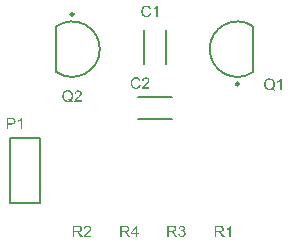
<source format=gto>
G04*
G04 #@! TF.GenerationSoftware,Altium Limited,Altium Designer,25.2.1 (25)*
G04*
G04 Layer_Color=65535*
%FSLAX44Y44*%
%MOMM*%
G71*
G04*
G04 #@! TF.SameCoordinates,812CEA7C-EAD6-410B-90F9-CE58292C2D17*
G04*
G04*
G04 #@! TF.FilePolarity,Positive*
G04*
G01*
G75*
%ADD10C,0.2000*%
%ADD11C,0.2500*%
G36*
X144942Y84156D02*
X146245D01*
Y83074D01*
X144942D01*
Y80772D01*
X143763D01*
Y83074D01*
X139589D01*
Y84156D01*
X143985Y90369D01*
X144942D01*
Y84156D01*
D02*
G37*
G36*
X135373Y90355D02*
X135498D01*
X135789Y90341D01*
X136094Y90300D01*
X136427Y90258D01*
X136732Y90189D01*
X136884Y90147D01*
X137009Y90105D01*
X137023D01*
X137037Y90092D01*
X137120Y90050D01*
X137245Y89994D01*
X137397Y89897D01*
X137564Y89773D01*
X137744Y89606D01*
X137911Y89412D01*
X138077Y89190D01*
Y89176D01*
X138091Y89162D01*
X138146Y89079D01*
X138202Y88940D01*
X138285Y88760D01*
X138354Y88552D01*
X138424Y88302D01*
X138465Y88039D01*
X138479Y87748D01*
Y87734D01*
Y87706D01*
Y87651D01*
X138465Y87581D01*
Y87484D01*
X138451Y87387D01*
X138396Y87151D01*
X138313Y86874D01*
X138202Y86583D01*
X138035Y86292D01*
X137924Y86153D01*
X137814Y86014D01*
X137800Y86000D01*
X137786Y85986D01*
X137744Y85945D01*
X137689Y85903D01*
X137619Y85848D01*
X137536Y85792D01*
X137425Y85723D01*
X137314Y85640D01*
X137176Y85570D01*
X137023Y85501D01*
X136857Y85418D01*
X136676Y85349D01*
X136468Y85293D01*
X136260Y85224D01*
X136025Y85182D01*
X135775Y85140D01*
X135803Y85127D01*
X135858Y85099D01*
X135941Y85043D01*
X136052Y84988D01*
X136302Y84835D01*
X136427Y84738D01*
X136538Y84655D01*
X136565Y84627D01*
X136635Y84558D01*
X136746Y84447D01*
X136884Y84308D01*
X137037Y84114D01*
X137217Y83906D01*
X137397Y83657D01*
X137592Y83379D01*
X139242Y80772D01*
X137661D01*
X136399Y82769D01*
Y82783D01*
X136371Y82811D01*
X136343Y82852D01*
X136302Y82908D01*
X136205Y83060D01*
X136080Y83254D01*
X135927Y83462D01*
X135775Y83684D01*
X135622Y83892D01*
X135484Y84087D01*
X135470Y84100D01*
X135428Y84156D01*
X135359Y84239D01*
X135262Y84336D01*
X135054Y84544D01*
X134943Y84641D01*
X134832Y84725D01*
X134818Y84738D01*
X134790Y84752D01*
X134735Y84780D01*
X134651Y84822D01*
X134568Y84863D01*
X134471Y84905D01*
X134249Y84974D01*
X134235D01*
X134208Y84988D01*
X134152D01*
X134083Y85002D01*
X133986Y85016D01*
X133875D01*
X133722Y85030D01*
X132086D01*
Y80772D01*
X130810D01*
Y90369D01*
X135262D01*
X135373Y90355D01*
D02*
G37*
G36*
X183170Y90651D02*
X183350Y90623D01*
X183572Y90581D01*
X183821Y90512D01*
X184071Y90429D01*
X184321Y90318D01*
X184335D01*
X184348Y90304D01*
X184432Y90262D01*
X184556Y90179D01*
X184695Y90082D01*
X184862Y89943D01*
X185028Y89791D01*
X185194Y89611D01*
X185333Y89403D01*
X185347Y89375D01*
X185389Y89305D01*
X185444Y89181D01*
X185513Y89028D01*
X185583Y88848D01*
X185638Y88640D01*
X185680Y88404D01*
X185694Y88168D01*
Y88140D01*
Y88057D01*
X185680Y87946D01*
X185652Y87794D01*
X185610Y87613D01*
X185541Y87419D01*
X185458Y87225D01*
X185347Y87031D01*
X185333Y87003D01*
X185291Y86948D01*
X185208Y86851D01*
X185097Y86740D01*
X184959Y86615D01*
X184792Y86476D01*
X184598Y86351D01*
X184362Y86227D01*
X184376D01*
X184404Y86213D01*
X184445Y86199D01*
X184501Y86185D01*
X184653Y86130D01*
X184848Y86046D01*
X185070Y85935D01*
X185291Y85797D01*
X185499Y85616D01*
X185694Y85408D01*
X185707Y85381D01*
X185763Y85297D01*
X185846Y85159D01*
X185929Y84979D01*
X186013Y84757D01*
X186096Y84493D01*
X186151Y84188D01*
X186165Y83855D01*
Y83841D01*
Y83800D01*
Y83730D01*
X186151Y83647D01*
X186137Y83536D01*
X186110Y83411D01*
X186082Y83273D01*
X186054Y83120D01*
X185943Y82787D01*
X185860Y82607D01*
X185777Y82441D01*
X185666Y82260D01*
X185541Y82080D01*
X185402Y81900D01*
X185236Y81733D01*
X185222Y81719D01*
X185194Y81692D01*
X185139Y81650D01*
X185070Y81595D01*
X184986Y81525D01*
X184875Y81456D01*
X184751Y81373D01*
X184598Y81303D01*
X184445Y81220D01*
X184265Y81137D01*
X184085Y81068D01*
X183877Y80998D01*
X183655Y80943D01*
X183419Y80901D01*
X183183Y80873D01*
X182920Y80860D01*
X182795D01*
X182712Y80873D01*
X182601Y80887D01*
X182476Y80901D01*
X182337Y80929D01*
X182185Y80957D01*
X181852Y81040D01*
X181505Y81179D01*
X181325Y81262D01*
X181159Y81359D01*
X180992Y81484D01*
X180826Y81608D01*
X180812Y81622D01*
X180784Y81650D01*
X180743Y81692D01*
X180701Y81747D01*
X180632Y81817D01*
X180562Y81914D01*
X180479Y82011D01*
X180396Y82135D01*
X180313Y82274D01*
X180229Y82413D01*
X180077Y82746D01*
X179952Y83134D01*
X179911Y83342D01*
X179883Y83564D01*
X181062Y83716D01*
Y83703D01*
X181075Y83675D01*
X181089Y83619D01*
X181103Y83550D01*
X181117Y83467D01*
X181145Y83370D01*
X181214Y83162D01*
X181311Y82912D01*
X181436Y82676D01*
X181575Y82454D01*
X181741Y82260D01*
X181769Y82246D01*
X181824Y82191D01*
X181935Y82122D01*
X182074Y82052D01*
X182240Y81969D01*
X182448Y81900D01*
X182684Y81844D01*
X182934Y81830D01*
X183017D01*
X183072Y81844D01*
X183225Y81858D01*
X183419Y81900D01*
X183641Y81969D01*
X183877Y82066D01*
X184113Y82205D01*
X184335Y82399D01*
X184362Y82427D01*
X184432Y82510D01*
X184515Y82635D01*
X184626Y82801D01*
X184737Y83009D01*
X184820Y83245D01*
X184889Y83522D01*
X184917Y83827D01*
Y83841D01*
Y83869D01*
Y83911D01*
X184903Y83966D01*
X184889Y84119D01*
X184848Y84299D01*
X184792Y84521D01*
X184695Y84743D01*
X184556Y84965D01*
X184376Y85173D01*
X184348Y85200D01*
X184279Y85256D01*
X184168Y85339D01*
X184016Y85436D01*
X183821Y85533D01*
X183586Y85616D01*
X183322Y85672D01*
X183031Y85700D01*
X182906D01*
X182809Y85686D01*
X182684Y85672D01*
X182546Y85644D01*
X182379Y85616D01*
X182199Y85575D01*
X182337Y86615D01*
X182407D01*
X182462Y86601D01*
X182643D01*
X182795Y86629D01*
X182975Y86657D01*
X183183Y86698D01*
X183419Y86768D01*
X183641Y86865D01*
X183877Y86989D01*
X183891D01*
X183905Y87003D01*
X183974Y87059D01*
X184071Y87156D01*
X184182Y87281D01*
X184293Y87461D01*
X184390Y87669D01*
X184459Y87905D01*
X184487Y88043D01*
Y88196D01*
Y88210D01*
Y88224D01*
Y88307D01*
X184459Y88418D01*
X184432Y88570D01*
X184376Y88737D01*
X184307Y88917D01*
X184196Y89097D01*
X184043Y89264D01*
X184029Y89278D01*
X183960Y89333D01*
X183863Y89403D01*
X183738Y89486D01*
X183572Y89555D01*
X183378Y89624D01*
X183156Y89680D01*
X182906Y89694D01*
X182795D01*
X182670Y89666D01*
X182504Y89638D01*
X182324Y89583D01*
X182143Y89514D01*
X181949Y89403D01*
X181769Y89264D01*
X181755Y89250D01*
X181700Y89181D01*
X181616Y89083D01*
X181519Y88945D01*
X181422Y88765D01*
X181325Y88543D01*
X181242Y88279D01*
X181186Y87974D01*
X180008Y88182D01*
Y88196D01*
X180021Y88238D01*
X180035Y88293D01*
X180049Y88376D01*
X180077Y88473D01*
X180119Y88584D01*
X180202Y88848D01*
X180340Y89153D01*
X180507Y89458D01*
X180715Y89749D01*
X180978Y90013D01*
X180992Y90027D01*
X181020Y90041D01*
X181062Y90068D01*
X181117Y90110D01*
X181186Y90165D01*
X181283Y90221D01*
X181381Y90276D01*
X181505Y90346D01*
X181783Y90456D01*
X182102Y90568D01*
X182476Y90637D01*
X182670Y90665D01*
X183017D01*
X183170Y90651D01*
D02*
G37*
G36*
X175251Y90609D02*
X175375D01*
X175667Y90595D01*
X175972Y90554D01*
X176305Y90512D01*
X176610Y90443D01*
X176762Y90401D01*
X176887Y90359D01*
X176901D01*
X176915Y90346D01*
X176998Y90304D01*
X177123Y90248D01*
X177276Y90151D01*
X177442Y90027D01*
X177622Y89860D01*
X177789Y89666D01*
X177955Y89444D01*
Y89430D01*
X177969Y89416D01*
X178024Y89333D01*
X178080Y89194D01*
X178163Y89014D01*
X178232Y88806D01*
X178302Y88556D01*
X178343Y88293D01*
X178357Y88002D01*
Y87988D01*
Y87960D01*
Y87905D01*
X178343Y87835D01*
Y87738D01*
X178330Y87641D01*
X178274Y87406D01*
X178191Y87128D01*
X178080Y86837D01*
X177913Y86546D01*
X177803Y86407D01*
X177691Y86268D01*
X177678Y86254D01*
X177664Y86241D01*
X177622Y86199D01*
X177567Y86157D01*
X177497Y86102D01*
X177414Y86046D01*
X177303Y85977D01*
X177192Y85894D01*
X177054Y85824D01*
X176901Y85755D01*
X176735Y85672D01*
X176554Y85603D01*
X176346Y85547D01*
X176138Y85478D01*
X175903Y85436D01*
X175653Y85394D01*
X175681Y85381D01*
X175736Y85353D01*
X175819Y85297D01*
X175930Y85242D01*
X176180Y85089D01*
X176305Y84992D01*
X176416Y84909D01*
X176443Y84881D01*
X176513Y84812D01*
X176624Y84701D01*
X176762Y84562D01*
X176915Y84368D01*
X177095Y84160D01*
X177276Y83911D01*
X177470Y83633D01*
X179120Y81026D01*
X177539D01*
X176277Y83023D01*
Y83037D01*
X176249Y83065D01*
X176222Y83106D01*
X176180Y83162D01*
X176083Y83314D01*
X175958Y83508D01*
X175805Y83716D01*
X175653Y83938D01*
X175500Y84146D01*
X175362Y84340D01*
X175348Y84354D01*
X175306Y84410D01*
X175237Y84493D01*
X175140Y84590D01*
X174932Y84798D01*
X174821Y84895D01*
X174710Y84979D01*
X174696Y84992D01*
X174668Y85006D01*
X174613Y85034D01*
X174529Y85076D01*
X174446Y85117D01*
X174349Y85159D01*
X174127Y85228D01*
X174114D01*
X174086Y85242D01*
X174030D01*
X173961Y85256D01*
X173864Y85270D01*
X173753D01*
X173600Y85284D01*
X171964D01*
Y81026D01*
X170688D01*
Y90623D01*
X175140D01*
X175251Y90609D01*
D02*
G37*
G36*
X103271Y90397D02*
X103382Y90383D01*
X103520Y90369D01*
X103673Y90341D01*
X103825Y90314D01*
X104186Y90216D01*
X104546Y90078D01*
X104727Y89994D01*
X104907Y89897D01*
X105073Y89773D01*
X105226Y89634D01*
X105240Y89620D01*
X105268Y89606D01*
X105295Y89551D01*
X105351Y89495D01*
X105420Y89426D01*
X105490Y89329D01*
X105559Y89232D01*
X105642Y89107D01*
X105781Y88843D01*
X105919Y88511D01*
X105975Y88344D01*
X106003Y88150D01*
X106030Y87956D01*
X106044Y87748D01*
Y87720D01*
Y87651D01*
X106030Y87540D01*
X106017Y87387D01*
X105989Y87221D01*
X105933Y87027D01*
X105878Y86819D01*
X105795Y86611D01*
X105781Y86583D01*
X105753Y86514D01*
X105697Y86403D01*
X105614Y86250D01*
X105503Y86084D01*
X105365Y85876D01*
X105198Y85667D01*
X105004Y85432D01*
X104976Y85404D01*
X104907Y85321D01*
X104838Y85252D01*
X104768Y85182D01*
X104685Y85099D01*
X104574Y84988D01*
X104463Y84877D01*
X104325Y84752D01*
X104186Y84614D01*
X104019Y84461D01*
X103839Y84308D01*
X103645Y84128D01*
X103423Y83948D01*
X103201Y83754D01*
X103187Y83740D01*
X103160Y83712D01*
X103104Y83671D01*
X103035Y83615D01*
X102951Y83532D01*
X102854Y83449D01*
X102633Y83268D01*
X102397Y83060D01*
X102175Y82852D01*
X101981Y82672D01*
X101897Y82603D01*
X101828Y82533D01*
X101814Y82519D01*
X101773Y82478D01*
X101717Y82422D01*
X101648Y82339D01*
X101579Y82242D01*
X101495Y82145D01*
X101329Y81909D01*
X106058D01*
Y80772D01*
X99692D01*
Y80786D01*
Y80841D01*
Y80925D01*
X99706Y81035D01*
X99720Y81160D01*
X99748Y81299D01*
X99776Y81438D01*
X99831Y81590D01*
Y81604D01*
X99845Y81618D01*
X99873Y81701D01*
X99928Y81826D01*
X100011Y81992D01*
X100122Y82187D01*
X100261Y82409D01*
X100414Y82630D01*
X100608Y82866D01*
Y82880D01*
X100635Y82894D01*
X100705Y82977D01*
X100830Y83102D01*
X101010Y83282D01*
X101218Y83490D01*
X101482Y83740D01*
X101800Y84017D01*
X102147Y84308D01*
X102161Y84322D01*
X102217Y84364D01*
X102300Y84433D01*
X102397Y84516D01*
X102522Y84627D01*
X102674Y84752D01*
X102827Y84891D01*
X103007Y85043D01*
X103354Y85376D01*
X103700Y85709D01*
X103867Y85876D01*
X104019Y86042D01*
X104158Y86194D01*
X104269Y86347D01*
Y86361D01*
X104297Y86375D01*
X104325Y86416D01*
X104352Y86472D01*
X104449Y86624D01*
X104560Y86805D01*
X104657Y87027D01*
X104754Y87262D01*
X104810Y87526D01*
X104838Y87775D01*
Y87789D01*
Y87803D01*
X104824Y87886D01*
X104810Y88025D01*
X104768Y88178D01*
X104713Y88372D01*
X104616Y88566D01*
X104491Y88760D01*
X104325Y88954D01*
X104297Y88982D01*
X104227Y89038D01*
X104130Y89107D01*
X103978Y89204D01*
X103784Y89287D01*
X103562Y89370D01*
X103298Y89426D01*
X103007Y89440D01*
X102924D01*
X102868Y89426D01*
X102702Y89412D01*
X102508Y89370D01*
X102300Y89315D01*
X102064Y89218D01*
X101842Y89093D01*
X101634Y88927D01*
X101606Y88899D01*
X101551Y88829D01*
X101468Y88719D01*
X101384Y88552D01*
X101287Y88358D01*
X101204Y88108D01*
X101149Y87831D01*
X101121Y87512D01*
X99914Y87637D01*
Y87651D01*
X99928Y87692D01*
Y87762D01*
X99942Y87859D01*
X99970Y87970D01*
X99998Y88095D01*
X100039Y88247D01*
X100081Y88400D01*
X100192Y88733D01*
X100358Y89065D01*
X100455Y89232D01*
X100580Y89398D01*
X100705Y89551D01*
X100843Y89689D01*
X100857Y89703D01*
X100885Y89717D01*
X100927Y89759D01*
X100996Y89800D01*
X101079Y89856D01*
X101176Y89911D01*
X101287Y89981D01*
X101426Y90050D01*
X101579Y90119D01*
X101745Y90189D01*
X101925Y90244D01*
X102119Y90300D01*
X102327Y90341D01*
X102549Y90383D01*
X102785Y90397D01*
X103035Y90410D01*
X103173D01*
X103271Y90397D01*
D02*
G37*
G36*
X95241Y90355D02*
X95365D01*
X95657Y90341D01*
X95962Y90300D01*
X96295Y90258D01*
X96600Y90189D01*
X96752Y90147D01*
X96877Y90105D01*
X96891D01*
X96905Y90092D01*
X96988Y90050D01*
X97113Y89994D01*
X97266Y89897D01*
X97432Y89773D01*
X97612Y89606D01*
X97779Y89412D01*
X97945Y89190D01*
Y89176D01*
X97959Y89162D01*
X98014Y89079D01*
X98070Y88940D01*
X98153Y88760D01*
X98222Y88552D01*
X98292Y88302D01*
X98333Y88039D01*
X98347Y87748D01*
Y87734D01*
Y87706D01*
Y87651D01*
X98333Y87581D01*
Y87484D01*
X98320Y87387D01*
X98264Y87151D01*
X98181Y86874D01*
X98070Y86583D01*
X97903Y86292D01*
X97793Y86153D01*
X97682Y86014D01*
X97668Y86000D01*
X97654Y85986D01*
X97612Y85945D01*
X97557Y85903D01*
X97487Y85848D01*
X97404Y85792D01*
X97293Y85723D01*
X97182Y85640D01*
X97044Y85570D01*
X96891Y85501D01*
X96725Y85418D01*
X96544Y85349D01*
X96336Y85293D01*
X96128Y85224D01*
X95892Y85182D01*
X95643Y85140D01*
X95671Y85127D01*
X95726Y85099D01*
X95809Y85043D01*
X95920Y84988D01*
X96170Y84835D01*
X96295Y84738D01*
X96406Y84655D01*
X96433Y84627D01*
X96503Y84558D01*
X96614Y84447D01*
X96752Y84308D01*
X96905Y84114D01*
X97085Y83906D01*
X97266Y83657D01*
X97460Y83379D01*
X99110Y80772D01*
X97529D01*
X96267Y82769D01*
Y82783D01*
X96239Y82811D01*
X96212Y82852D01*
X96170Y82908D01*
X96073Y83060D01*
X95948Y83254D01*
X95795Y83462D01*
X95643Y83684D01*
X95490Y83892D01*
X95352Y84087D01*
X95338Y84100D01*
X95296Y84156D01*
X95227Y84239D01*
X95130Y84336D01*
X94922Y84544D01*
X94811Y84641D01*
X94700Y84725D01*
X94686Y84738D01*
X94658Y84752D01*
X94603Y84780D01*
X94520Y84822D01*
X94436Y84863D01*
X94339Y84905D01*
X94117Y84974D01*
X94103D01*
X94076Y84988D01*
X94020D01*
X93951Y85002D01*
X93854Y85016D01*
X93743D01*
X93590Y85030D01*
X91954D01*
Y80772D01*
X90678D01*
Y90369D01*
X95130D01*
X95241Y90355D01*
D02*
G37*
G36*
X224439Y80772D02*
X223260D01*
Y88275D01*
X223246Y88261D01*
X223177Y88205D01*
X223093Y88122D01*
X222955Y88025D01*
X222802Y87900D01*
X222608Y87762D01*
X222386Y87609D01*
X222137Y87457D01*
X222123D01*
X222109Y87443D01*
X222026Y87387D01*
X221887Y87318D01*
X221721Y87235D01*
X221526Y87138D01*
X221318Y87041D01*
X221110Y86943D01*
X220902Y86860D01*
Y87997D01*
X220916D01*
X220944Y88025D01*
X220999Y88039D01*
X221069Y88081D01*
X221152Y88122D01*
X221249Y88178D01*
X221485Y88316D01*
X221762Y88469D01*
X222040Y88663D01*
X222331Y88885D01*
X222622Y89121D01*
X222636Y89135D01*
X222650Y89149D01*
X222691Y89190D01*
X222747Y89232D01*
X222872Y89370D01*
X223038Y89537D01*
X223204Y89731D01*
X223385Y89953D01*
X223537Y90175D01*
X223676Y90410D01*
X224439D01*
Y80772D01*
D02*
G37*
G36*
X215383Y90355D02*
X215508D01*
X215799Y90341D01*
X216104Y90300D01*
X216437Y90258D01*
X216742Y90189D01*
X216894Y90147D01*
X217019Y90105D01*
X217033D01*
X217047Y90092D01*
X217130Y90050D01*
X217255Y89994D01*
X217407Y89897D01*
X217574Y89773D01*
X217754Y89606D01*
X217921Y89412D01*
X218087Y89190D01*
Y89176D01*
X218101Y89162D01*
X218156Y89079D01*
X218212Y88940D01*
X218295Y88760D01*
X218364Y88552D01*
X218434Y88302D01*
X218475Y88039D01*
X218489Y87748D01*
Y87734D01*
Y87706D01*
Y87651D01*
X218475Y87581D01*
Y87484D01*
X218461Y87387D01*
X218406Y87151D01*
X218323Y86874D01*
X218212Y86583D01*
X218045Y86292D01*
X217934Y86153D01*
X217824Y86014D01*
X217810Y86000D01*
X217796Y85986D01*
X217754Y85945D01*
X217699Y85903D01*
X217629Y85848D01*
X217546Y85792D01*
X217435Y85723D01*
X217324Y85640D01*
X217186Y85570D01*
X217033Y85501D01*
X216867Y85418D01*
X216686Y85349D01*
X216478Y85293D01*
X216270Y85224D01*
X216035Y85182D01*
X215785Y85140D01*
X215813Y85127D01*
X215868Y85099D01*
X215951Y85043D01*
X216062Y84988D01*
X216312Y84835D01*
X216437Y84738D01*
X216548Y84655D01*
X216575Y84627D01*
X216645Y84558D01*
X216756Y84447D01*
X216894Y84308D01*
X217047Y84114D01*
X217227Y83906D01*
X217407Y83657D01*
X217602Y83379D01*
X219252Y80772D01*
X217671D01*
X216409Y82769D01*
Y82783D01*
X216381Y82811D01*
X216353Y82852D01*
X216312Y82908D01*
X216215Y83060D01*
X216090Y83254D01*
X215937Y83462D01*
X215785Y83684D01*
X215632Y83892D01*
X215494Y84087D01*
X215480Y84100D01*
X215438Y84156D01*
X215369Y84239D01*
X215272Y84336D01*
X215064Y84544D01*
X214953Y84641D01*
X214842Y84725D01*
X214828Y84738D01*
X214800Y84752D01*
X214745Y84780D01*
X214662Y84822D01*
X214578Y84863D01*
X214481Y84905D01*
X214259Y84974D01*
X214245D01*
X214218Y84988D01*
X214162D01*
X214093Y85002D01*
X213996Y85016D01*
X213885D01*
X213732Y85030D01*
X212096D01*
Y80772D01*
X210820D01*
Y90369D01*
X215272D01*
X215383Y90355D01*
D02*
G37*
G36*
X95513Y205117D02*
X95624Y205104D01*
X95762Y205090D01*
X95915Y205062D01*
X96067Y205034D01*
X96428Y204937D01*
X96789Y204799D01*
X96969Y204715D01*
X97149Y204618D01*
X97316Y204493D01*
X97468Y204355D01*
X97482Y204341D01*
X97510Y204327D01*
X97537Y204272D01*
X97593Y204216D01*
X97662Y204147D01*
X97732Y204050D01*
X97801Y203953D01*
X97884Y203828D01*
X98023Y203564D01*
X98162Y203231D01*
X98217Y203065D01*
X98245Y202871D01*
X98272Y202677D01*
X98286Y202469D01*
Y202441D01*
Y202372D01*
X98272Y202261D01*
X98259Y202108D01*
X98231Y201942D01*
X98175Y201747D01*
X98120Y201539D01*
X98037Y201331D01*
X98023Y201304D01*
X97995Y201234D01*
X97940Y201123D01*
X97856Y200971D01*
X97746Y200804D01*
X97607Y200596D01*
X97440Y200388D01*
X97246Y200153D01*
X97219Y200125D01*
X97149Y200042D01*
X97080Y199972D01*
X97010Y199903D01*
X96927Y199820D01*
X96816Y199709D01*
X96705Y199598D01*
X96567Y199473D01*
X96428Y199334D01*
X96262Y199182D01*
X96081Y199029D01*
X95887Y198849D01*
X95665Y198669D01*
X95443Y198475D01*
X95429Y198461D01*
X95402Y198433D01*
X95346Y198391D01*
X95277Y198336D01*
X95194Y198253D01*
X95097Y198169D01*
X94875Y197989D01*
X94639Y197781D01*
X94417Y197573D01*
X94223Y197393D01*
X94140Y197323D01*
X94070Y197254D01*
X94057Y197240D01*
X94015Y197199D01*
X93959Y197143D01*
X93890Y197060D01*
X93821Y196963D01*
X93737Y196866D01*
X93571Y196630D01*
X98300D01*
Y195493D01*
X91935D01*
Y195507D01*
Y195562D01*
Y195645D01*
X91948Y195756D01*
X91962Y195881D01*
X91990Y196020D01*
X92018Y196159D01*
X92073Y196311D01*
Y196325D01*
X92087Y196339D01*
X92115Y196422D01*
X92170Y196547D01*
X92254Y196713D01*
X92365Y196907D01*
X92503Y197129D01*
X92656Y197351D01*
X92850Y197587D01*
Y197601D01*
X92878Y197615D01*
X92947Y197698D01*
X93072Y197823D01*
X93252Y198003D01*
X93460Y198211D01*
X93724Y198461D01*
X94043Y198738D01*
X94389Y199029D01*
X94403Y199043D01*
X94459Y199085D01*
X94542Y199154D01*
X94639Y199237D01*
X94764Y199348D01*
X94916Y199473D01*
X95069Y199612D01*
X95249Y199764D01*
X95596Y200097D01*
X95943Y200430D01*
X96109Y200596D01*
X96262Y200763D01*
X96400Y200915D01*
X96511Y201068D01*
Y201082D01*
X96539Y201096D01*
X96567Y201137D01*
X96594Y201193D01*
X96692Y201345D01*
X96802Y201525D01*
X96899Y201747D01*
X96997Y201983D01*
X97052Y202247D01*
X97080Y202496D01*
Y202510D01*
Y202524D01*
X97066Y202607D01*
X97052Y202746D01*
X97010Y202899D01*
X96955Y203093D01*
X96858Y203287D01*
X96733Y203481D01*
X96567Y203675D01*
X96539Y203703D01*
X96470Y203758D01*
X96372Y203828D01*
X96220Y203925D01*
X96026Y204008D01*
X95804Y204091D01*
X95540Y204147D01*
X95249Y204160D01*
X95166D01*
X95111Y204147D01*
X94944Y204133D01*
X94750Y204091D01*
X94542Y204036D01*
X94306Y203939D01*
X94084Y203814D01*
X93876Y203647D01*
X93848Y203620D01*
X93793Y203550D01*
X93710Y203439D01*
X93627Y203273D01*
X93530Y203079D01*
X93446Y202829D01*
X93391Y202552D01*
X93363Y202233D01*
X92156Y202358D01*
Y202372D01*
X92170Y202413D01*
Y202482D01*
X92184Y202579D01*
X92212Y202691D01*
X92240Y202815D01*
X92281Y202968D01*
X92323Y203120D01*
X92434Y203453D01*
X92600Y203786D01*
X92697Y203953D01*
X92822Y204119D01*
X92947Y204272D01*
X93086Y204410D01*
X93100Y204424D01*
X93127Y204438D01*
X93169Y204480D01*
X93238Y204521D01*
X93322Y204577D01*
X93419Y204632D01*
X93530Y204701D01*
X93668Y204771D01*
X93821Y204840D01*
X93987Y204909D01*
X94167Y204965D01*
X94362Y205020D01*
X94570Y205062D01*
X94791Y205104D01*
X95027Y205117D01*
X95277Y205131D01*
X95416D01*
X95513Y205117D01*
D02*
G37*
G36*
X86512Y205242D02*
X86637D01*
X86762Y205228D01*
X86928Y205201D01*
X87095Y205173D01*
X87455Y205104D01*
X87871Y204993D01*
X88273Y204826D01*
X88481Y204729D01*
X88689Y204618D01*
X88703Y204604D01*
X88731Y204590D01*
X88786Y204549D01*
X88870Y204507D01*
X88953Y204438D01*
X89064Y204355D01*
X89300Y204160D01*
X89549Y203911D01*
X89827Y203606D01*
X90090Y203245D01*
X90312Y202843D01*
Y202829D01*
X90340Y202788D01*
X90367Y202732D01*
X90395Y202649D01*
X90451Y202538D01*
X90492Y202413D01*
X90548Y202261D01*
X90603Y202094D01*
X90645Y201914D01*
X90700Y201720D01*
X90756Y201512D01*
X90797Y201290D01*
X90853Y200804D01*
X90881Y200291D01*
Y200277D01*
Y200236D01*
Y200180D01*
Y200097D01*
X90867Y199986D01*
Y199861D01*
X90853Y199723D01*
X90839Y199584D01*
X90797Y199251D01*
X90728Y198890D01*
X90645Y198516D01*
X90520Y198155D01*
Y198142D01*
X90506Y198114D01*
X90478Y198058D01*
X90451Y198003D01*
X90409Y197920D01*
X90367Y197823D01*
X90257Y197601D01*
X90104Y197337D01*
X89910Y197060D01*
X89688Y196782D01*
X89438Y196505D01*
X89452D01*
X89480Y196477D01*
X89522Y196450D01*
X89591Y196408D01*
X89660Y196353D01*
X89757Y196297D01*
X89965Y196172D01*
X90215Y196020D01*
X90492Y195867D01*
X90784Y195742D01*
X91061Y195618D01*
X90687Y194744D01*
X90673D01*
X90645Y194758D01*
X90589Y194785D01*
X90506Y194813D01*
X90409Y194855D01*
X90298Y194910D01*
X90173Y194966D01*
X90035Y195035D01*
X89730Y195201D01*
X89383Y195396D01*
X89008Y195645D01*
X88620Y195923D01*
X88606D01*
X88579Y195895D01*
X88509Y195867D01*
X88440Y195826D01*
X88329Y195784D01*
X88218Y195728D01*
X88079Y195687D01*
X87927Y195632D01*
X87760Y195576D01*
X87580Y195520D01*
X87178Y195423D01*
X86734Y195354D01*
X86498Y195340D01*
X86263Y195326D01*
X86138D01*
X86041Y195340D01*
X85930D01*
X85791Y195354D01*
X85638Y195382D01*
X85472Y195410D01*
X85111Y195479D01*
X84709Y195590D01*
X84293Y195742D01*
X84099Y195840D01*
X83891Y195950D01*
X83877Y195964D01*
X83849Y195978D01*
X83794Y196020D01*
X83724Y196061D01*
X83628Y196131D01*
X83530Y196214D01*
X83295Y196408D01*
X83031Y196658D01*
X82768Y196963D01*
X82504Y197309D01*
X82268Y197712D01*
Y197726D01*
X82241Y197767D01*
X82213Y197823D01*
X82185Y197906D01*
X82143Y198017D01*
X82088Y198142D01*
X82033Y198294D01*
X81991Y198461D01*
X81936Y198641D01*
X81880Y198835D01*
X81838Y199043D01*
X81783Y199279D01*
X81728Y199764D01*
X81700Y200277D01*
Y200291D01*
Y200347D01*
Y200416D01*
X81714Y200513D01*
Y200638D01*
X81728Y200791D01*
X81741Y200957D01*
X81769Y201137D01*
X81838Y201539D01*
X81936Y201969D01*
X82074Y202427D01*
X82268Y202871D01*
X82282Y202885D01*
X82296Y202926D01*
X82324Y202982D01*
X82379Y203065D01*
X82435Y203162D01*
X82504Y203273D01*
X82698Y203536D01*
X82920Y203814D01*
X83211Y204105D01*
X83530Y204396D01*
X83905Y204646D01*
X83919Y204660D01*
X83960Y204674D01*
X84016Y204701D01*
X84099Y204743D01*
X84196Y204785D01*
X84307Y204840D01*
X84446Y204896D01*
X84598Y204951D01*
X84778Y205007D01*
X84959Y205062D01*
X85361Y205159D01*
X85805Y205228D01*
X86041Y205256D01*
X86415D01*
X86512Y205242D01*
D02*
G37*
G36*
X267420Y205493D02*
X266241D01*
Y212996D01*
X266227Y212982D01*
X266158Y212926D01*
X266074Y212843D01*
X265936Y212746D01*
X265783Y212621D01*
X265589Y212482D01*
X265367Y212330D01*
X265117Y212177D01*
X265104D01*
X265090Y212164D01*
X265007Y212108D01*
X264868Y212039D01*
X264701Y211956D01*
X264507Y211858D01*
X264299Y211761D01*
X264091Y211664D01*
X263883Y211581D01*
Y212718D01*
X263897D01*
X263925Y212746D01*
X263980Y212760D01*
X264050Y212801D01*
X264133Y212843D01*
X264230Y212899D01*
X264466Y213037D01*
X264743Y213190D01*
X265020Y213384D01*
X265312Y213606D01*
X265603Y213842D01*
X265617Y213855D01*
X265631Y213869D01*
X265672Y213911D01*
X265728Y213953D01*
X265853Y214091D01*
X266019Y214258D01*
X266185Y214452D01*
X266366Y214674D01*
X266518Y214896D01*
X266657Y215131D01*
X267420D01*
Y205493D01*
D02*
G37*
G36*
X257393Y215242D02*
X257518D01*
X257642Y215228D01*
X257809Y215201D01*
X257975Y215173D01*
X258336Y215104D01*
X258752Y214993D01*
X259154Y214826D01*
X259362Y214729D01*
X259570Y214618D01*
X259584Y214604D01*
X259612Y214590D01*
X259667Y214549D01*
X259750Y214507D01*
X259834Y214438D01*
X259944Y214355D01*
X260180Y214160D01*
X260430Y213911D01*
X260707Y213606D01*
X260971Y213245D01*
X261193Y212843D01*
Y212829D01*
X261220Y212788D01*
X261248Y212732D01*
X261276Y212649D01*
X261331Y212538D01*
X261373Y212413D01*
X261428Y212261D01*
X261484Y212094D01*
X261525Y211914D01*
X261581Y211720D01*
X261637Y211512D01*
X261678Y211290D01*
X261733Y210804D01*
X261761Y210291D01*
Y210277D01*
Y210236D01*
Y210180D01*
Y210097D01*
X261747Y209986D01*
Y209861D01*
X261733Y209723D01*
X261720Y209584D01*
X261678Y209251D01*
X261609Y208890D01*
X261525Y208516D01*
X261401Y208155D01*
Y208142D01*
X261387Y208114D01*
X261359Y208058D01*
X261331Y208003D01*
X261290Y207920D01*
X261248Y207823D01*
X261137Y207601D01*
X260985Y207337D01*
X260791Y207060D01*
X260569Y206782D01*
X260319Y206505D01*
X260333D01*
X260361Y206477D01*
X260402Y206450D01*
X260471Y206408D01*
X260541Y206353D01*
X260638Y206297D01*
X260846Y206172D01*
X261096Y206020D01*
X261373Y205867D01*
X261664Y205742D01*
X261942Y205618D01*
X261567Y204744D01*
X261553D01*
X261525Y204758D01*
X261470Y204785D01*
X261387Y204813D01*
X261290Y204855D01*
X261179Y204910D01*
X261054Y204966D01*
X260915Y205035D01*
X260610Y205201D01*
X260264Y205396D01*
X259889Y205645D01*
X259501Y205923D01*
X259487D01*
X259459Y205895D01*
X259390Y205867D01*
X259320Y205826D01*
X259209Y205784D01*
X259098Y205728D01*
X258960Y205687D01*
X258807Y205632D01*
X258641Y205576D01*
X258461Y205520D01*
X258058Y205423D01*
X257615Y205354D01*
X257379Y205340D01*
X257143Y205326D01*
X257018D01*
X256921Y205340D01*
X256810D01*
X256672Y205354D01*
X256519Y205382D01*
X256353Y205410D01*
X255992Y205479D01*
X255590Y205590D01*
X255174Y205742D01*
X254980Y205840D01*
X254772Y205950D01*
X254758Y205964D01*
X254730Y205978D01*
X254674Y206020D01*
X254605Y206061D01*
X254508Y206131D01*
X254411Y206214D01*
X254175Y206408D01*
X253912Y206658D01*
X253648Y206963D01*
X253385Y207309D01*
X253149Y207712D01*
Y207726D01*
X253121Y207767D01*
X253093Y207823D01*
X253066Y207906D01*
X253024Y208017D01*
X252969Y208142D01*
X252913Y208294D01*
X252872Y208461D01*
X252816Y208641D01*
X252761Y208835D01*
X252719Y209043D01*
X252664Y209279D01*
X252608Y209764D01*
X252580Y210277D01*
Y210291D01*
Y210347D01*
Y210416D01*
X252594Y210513D01*
Y210638D01*
X252608Y210791D01*
X252622Y210957D01*
X252650Y211137D01*
X252719Y211539D01*
X252816Y211969D01*
X252955Y212427D01*
X253149Y212871D01*
X253163Y212885D01*
X253177Y212926D01*
X253204Y212982D01*
X253260Y213065D01*
X253315Y213162D01*
X253385Y213273D01*
X253579Y213536D01*
X253801Y213814D01*
X254092Y214105D01*
X254411Y214396D01*
X254785Y214646D01*
X254799Y214660D01*
X254841Y214674D01*
X254896Y214701D01*
X254980Y214743D01*
X255077Y214785D01*
X255188Y214840D01*
X255326Y214896D01*
X255479Y214951D01*
X255659Y215007D01*
X255840Y215062D01*
X256242Y215159D01*
X256685Y215228D01*
X256921Y215256D01*
X257296D01*
X257393Y215242D01*
D02*
G37*
G36*
X47696Y172212D02*
X46517D01*
Y179715D01*
X46503Y179701D01*
X46434Y179646D01*
X46350Y179562D01*
X46212Y179465D01*
X46059Y179340D01*
X45865Y179202D01*
X45643Y179049D01*
X45394Y178897D01*
X45380D01*
X45366Y178883D01*
X45283Y178827D01*
X45144Y178758D01*
X44977Y178675D01*
X44783Y178578D01*
X44575Y178480D01*
X44367Y178383D01*
X44159Y178300D01*
Y179437D01*
X44173D01*
X44201Y179465D01*
X44256Y179479D01*
X44326Y179521D01*
X44409Y179562D01*
X44506Y179618D01*
X44742Y179756D01*
X45019Y179909D01*
X45296Y180103D01*
X45588Y180325D01*
X45879Y180561D01*
X45893Y180575D01*
X45907Y180588D01*
X45948Y180630D01*
X46004Y180672D01*
X46129Y180810D01*
X46295Y180977D01*
X46461Y181171D01*
X46642Y181393D01*
X46794Y181615D01*
X46933Y181850D01*
X47696D01*
Y172212D01*
D02*
G37*
G36*
X38945Y181795D02*
X39180Y181781D01*
X39430Y181767D01*
X39666Y181740D01*
X39874Y181712D01*
X39902D01*
X39999Y181684D01*
X40124Y181656D01*
X40290Y181615D01*
X40470Y181545D01*
X40664Y181462D01*
X40872Y181365D01*
X41053Y181254D01*
X41080Y181240D01*
X41136Y181199D01*
X41219Y181115D01*
X41330Y181018D01*
X41455Y180894D01*
X41580Y180727D01*
X41718Y180547D01*
X41829Y180339D01*
X41843Y180311D01*
X41871Y180242D01*
X41926Y180117D01*
X41982Y179951D01*
X42023Y179756D01*
X42079Y179534D01*
X42107Y179285D01*
X42120Y179021D01*
Y179007D01*
Y178966D01*
Y178910D01*
X42107Y178813D01*
X42093Y178716D01*
X42079Y178591D01*
X42051Y178453D01*
X42023Y178300D01*
X41926Y177981D01*
X41871Y177815D01*
X41788Y177635D01*
X41691Y177454D01*
X41593Y177288D01*
X41469Y177121D01*
X41330Y176955D01*
X41316Y176941D01*
X41288Y176913D01*
X41247Y176872D01*
X41178Y176830D01*
X41094Y176761D01*
X40983Y176691D01*
X40845Y176608D01*
X40692Y176539D01*
X40512Y176456D01*
X40304Y176373D01*
X40082Y176303D01*
X39818Y176248D01*
X39541Y176192D01*
X39236Y176151D01*
X38889Y176123D01*
X38529Y176109D01*
X36074D01*
Y172212D01*
X34798D01*
Y181809D01*
X38737D01*
X38945Y181795D01*
D02*
G37*
G36*
X144457Y216252D02*
X144582Y216238D01*
X144734Y216224D01*
X144887Y216210D01*
X145067Y216168D01*
X145442Y216085D01*
X145858Y215960D01*
X146066Y215877D01*
X146260Y215780D01*
X146454Y215655D01*
X146648Y215530D01*
X146662Y215516D01*
X146690Y215503D01*
X146745Y215461D01*
X146814Y215392D01*
X146884Y215322D01*
X146981Y215225D01*
X147078Y215114D01*
X147189Y215003D01*
X147300Y214865D01*
X147411Y214698D01*
X147536Y214532D01*
X147647Y214352D01*
X147744Y214144D01*
X147855Y213936D01*
X147938Y213714D01*
X148021Y213464D01*
X146773Y213173D01*
Y213187D01*
X146759Y213214D01*
X146731Y213270D01*
X146704Y213339D01*
X146676Y213422D01*
X146634Y213533D01*
X146523Y213755D01*
X146385Y214005D01*
X146218Y214254D01*
X146010Y214490D01*
X145788Y214698D01*
X145760Y214726D01*
X145677Y214781D01*
X145539Y214851D01*
X145358Y214948D01*
X145122Y215031D01*
X144859Y215114D01*
X144540Y215170D01*
X144193Y215184D01*
X144082D01*
X144013Y215170D01*
X143916D01*
X143805Y215156D01*
X143541Y215114D01*
X143250Y215059D01*
X142945Y214962D01*
X142626Y214823D01*
X142335Y214643D01*
X142321D01*
X142307Y214615D01*
X142210Y214546D01*
X142085Y214435D01*
X141933Y214268D01*
X141753Y214060D01*
X141586Y213825D01*
X141433Y213533D01*
X141295Y213214D01*
Y213200D01*
X141281Y213173D01*
X141267Y213131D01*
X141253Y213062D01*
X141226Y212978D01*
X141198Y212882D01*
X141156Y212646D01*
X141101Y212368D01*
X141045Y212063D01*
X141018Y211730D01*
X141004Y211370D01*
Y211356D01*
Y211314D01*
Y211245D01*
Y211162D01*
X141018Y211065D01*
Y210940D01*
X141031Y210801D01*
X141045Y210649D01*
X141087Y210316D01*
X141156Y209955D01*
X141239Y209595D01*
X141350Y209234D01*
Y209220D01*
X141364Y209193D01*
X141392Y209151D01*
X141420Y209081D01*
X141503Y208915D01*
X141628Y208721D01*
X141780Y208499D01*
X141974Y208263D01*
X142196Y208055D01*
X142460Y207861D01*
X142474D01*
X142501Y207847D01*
X142543Y207819D01*
X142598Y207792D01*
X142668Y207764D01*
X142751Y207722D01*
X142945Y207639D01*
X143195Y207556D01*
X143472Y207487D01*
X143777Y207431D01*
X144096Y207417D01*
X144193D01*
X144277Y207431D01*
X144374D01*
X144471Y207445D01*
X144720Y207500D01*
X145012Y207570D01*
X145303Y207681D01*
X145608Y207833D01*
X145760Y207917D01*
X145899Y208027D01*
X145913Y208041D01*
X145927Y208055D01*
X145969Y208097D01*
X146024Y208139D01*
X146080Y208208D01*
X146149Y208291D01*
X146232Y208374D01*
X146301Y208485D01*
X146385Y208610D01*
X146482Y208749D01*
X146565Y208887D01*
X146648Y209054D01*
X146717Y209234D01*
X146787Y209428D01*
X146856Y209636D01*
X146912Y209858D01*
X148188Y209539D01*
Y209525D01*
X148174Y209470D01*
X148146Y209387D01*
X148104Y209276D01*
X148063Y209151D01*
X148007Y208998D01*
X147938Y208832D01*
X147855Y208652D01*
X147661Y208263D01*
X147411Y207875D01*
X147258Y207681D01*
X147106Y207487D01*
X146939Y207320D01*
X146745Y207154D01*
X146731Y207140D01*
X146704Y207112D01*
X146634Y207085D01*
X146565Y207029D01*
X146454Y206960D01*
X146343Y206890D01*
X146190Y206821D01*
X146038Y206752D01*
X145858Y206668D01*
X145663Y206599D01*
X145455Y206530D01*
X145233Y206460D01*
X144998Y206405D01*
X144748Y206377D01*
X144485Y206349D01*
X144207Y206336D01*
X144055D01*
X143944Y206349D01*
X143819D01*
X143666Y206363D01*
X143500Y206391D01*
X143306Y206419D01*
X142904Y206488D01*
X142487Y206599D01*
X142072Y206752D01*
X141877Y206849D01*
X141683Y206960D01*
X141669Y206973D01*
X141642Y206987D01*
X141586Y207029D01*
X141531Y207085D01*
X141447Y207140D01*
X141350Y207223D01*
X141239Y207320D01*
X141128Y207431D01*
X141018Y207556D01*
X140893Y207681D01*
X140643Y208000D01*
X140407Y208374D01*
X140199Y208790D01*
Y208804D01*
X140171Y208846D01*
X140158Y208915D01*
X140116Y208998D01*
X140088Y209109D01*
X140047Y209248D01*
X139991Y209401D01*
X139950Y209567D01*
X139908Y209747D01*
X139853Y209955D01*
X139783Y210385D01*
X139728Y210870D01*
X139700Y211370D01*
Y211384D01*
Y211439D01*
Y211522D01*
X139714Y211619D01*
Y211758D01*
X139728Y211897D01*
X139742Y212077D01*
X139769Y212257D01*
X139839Y212660D01*
X139936Y213103D01*
X140074Y213547D01*
X140269Y213977D01*
X140282Y213991D01*
X140296Y214032D01*
X140324Y214088D01*
X140380Y214157D01*
X140435Y214254D01*
X140504Y214365D01*
X140685Y214615D01*
X140920Y214892D01*
X141198Y215170D01*
X141517Y215447D01*
X141891Y215683D01*
X141905Y215697D01*
X141947Y215711D01*
X142002Y215738D01*
X142072Y215780D01*
X142182Y215822D01*
X142293Y215863D01*
X142432Y215919D01*
X142585Y215974D01*
X142751Y216030D01*
X142931Y216085D01*
X143320Y216168D01*
X143763Y216238D01*
X144221Y216265D01*
X144360D01*
X144457Y216252D01*
D02*
G37*
G36*
X152681Y216127D02*
X152792Y216113D01*
X152930Y216099D01*
X153083Y216071D01*
X153236Y216043D01*
X153596Y215946D01*
X153957Y215808D01*
X154137Y215725D01*
X154317Y215627D01*
X154484Y215503D01*
X154636Y215364D01*
X154650Y215350D01*
X154678Y215336D01*
X154706Y215281D01*
X154761Y215225D01*
X154830Y215156D01*
X154900Y215059D01*
X154969Y214962D01*
X155052Y214837D01*
X155191Y214573D01*
X155330Y214241D01*
X155385Y214074D01*
X155413Y213880D01*
X155441Y213686D01*
X155455Y213478D01*
Y213450D01*
Y213381D01*
X155441Y213270D01*
X155427Y213117D01*
X155399Y212951D01*
X155344Y212757D01*
X155288Y212549D01*
X155205Y212341D01*
X155191Y212313D01*
X155163Y212243D01*
X155108Y212133D01*
X155025Y211980D01*
X154914Y211814D01*
X154775Y211606D01*
X154608Y211397D01*
X154414Y211162D01*
X154387Y211134D01*
X154317Y211051D01*
X154248Y210982D01*
X154179Y210912D01*
X154095Y210829D01*
X153984Y210718D01*
X153874Y210607D01*
X153735Y210482D01*
X153596Y210343D01*
X153430Y210191D01*
X153249Y210038D01*
X153055Y209858D01*
X152833Y209678D01*
X152612Y209484D01*
X152598Y209470D01*
X152570Y209442D01*
X152514Y209401D01*
X152445Y209345D01*
X152362Y209262D01*
X152265Y209179D01*
X152043Y208998D01*
X151807Y208790D01*
X151585Y208582D01*
X151391Y208402D01*
X151308Y208333D01*
X151238Y208263D01*
X151225Y208249D01*
X151183Y208208D01*
X151128Y208152D01*
X151058Y208069D01*
X150989Y207972D01*
X150906Y207875D01*
X150739Y207639D01*
X155468D01*
Y206502D01*
X149103D01*
Y206516D01*
Y206571D01*
Y206655D01*
X149117Y206765D01*
X149130Y206890D01*
X149158Y207029D01*
X149186Y207168D01*
X149242Y207320D01*
Y207334D01*
X149255Y207348D01*
X149283Y207431D01*
X149339Y207556D01*
X149422Y207722D01*
X149533Y207917D01*
X149671Y208139D01*
X149824Y208360D01*
X150018Y208596D01*
Y208610D01*
X150046Y208624D01*
X150115Y208707D01*
X150240Y208832D01*
X150420Y209012D01*
X150628Y209220D01*
X150892Y209470D01*
X151211Y209747D01*
X151558Y210038D01*
X151571Y210052D01*
X151627Y210094D01*
X151710Y210163D01*
X151807Y210247D01*
X151932Y210357D01*
X152085Y210482D01*
X152237Y210621D01*
X152417Y210774D01*
X152764Y211106D01*
X153111Y211439D01*
X153277Y211606D01*
X153430Y211772D01*
X153568Y211924D01*
X153679Y212077D01*
Y212091D01*
X153707Y212105D01*
X153735Y212146D01*
X153763Y212202D01*
X153860Y212355D01*
X153971Y212535D01*
X154068Y212757D01*
X154165Y212992D01*
X154220Y213256D01*
X154248Y213505D01*
Y213519D01*
Y213533D01*
X154234Y213617D01*
X154220Y213755D01*
X154179Y213908D01*
X154123Y214102D01*
X154026Y214296D01*
X153901Y214490D01*
X153735Y214684D01*
X153707Y214712D01*
X153638Y214768D01*
X153541Y214837D01*
X153388Y214934D01*
X153194Y215017D01*
X152972Y215100D01*
X152709Y215156D01*
X152417Y215170D01*
X152334D01*
X152279Y215156D01*
X152112Y215142D01*
X151918Y215100D01*
X151710Y215045D01*
X151474Y214948D01*
X151252Y214823D01*
X151044Y214657D01*
X151017Y214629D01*
X150961Y214559D01*
X150878Y214449D01*
X150795Y214282D01*
X150698Y214088D01*
X150614Y213838D01*
X150559Y213561D01*
X150531Y213242D01*
X149325Y213367D01*
Y213381D01*
X149339Y213422D01*
Y213492D01*
X149352Y213589D01*
X149380Y213700D01*
X149408Y213825D01*
X149450Y213977D01*
X149491Y214130D01*
X149602Y214463D01*
X149768Y214795D01*
X149866Y214962D01*
X149990Y215128D01*
X150115Y215281D01*
X150254Y215419D01*
X150268Y215433D01*
X150295Y215447D01*
X150337Y215489D01*
X150406Y215530D01*
X150490Y215586D01*
X150587Y215641D01*
X150698Y215711D01*
X150836Y215780D01*
X150989Y215849D01*
X151155Y215919D01*
X151336Y215974D01*
X151530Y216030D01*
X151738Y216071D01*
X151960Y216113D01*
X152195Y216127D01*
X152445Y216140D01*
X152584D01*
X152681Y216127D01*
D02*
G37*
G36*
X153347Y276957D02*
X153472Y276944D01*
X153624Y276930D01*
X153777Y276916D01*
X153957Y276874D01*
X154332Y276791D01*
X154748Y276666D01*
X154956Y276583D01*
X155150Y276486D01*
X155344Y276361D01*
X155538Y276236D01*
X155552Y276222D01*
X155580Y276209D01*
X155635Y276167D01*
X155704Y276098D01*
X155774Y276028D01*
X155871Y275931D01*
X155968Y275820D01*
X156079Y275709D01*
X156190Y275571D01*
X156301Y275404D01*
X156426Y275238D01*
X156537Y275058D01*
X156634Y274849D01*
X156745Y274641D01*
X156828Y274420D01*
X156911Y274170D01*
X155663Y273879D01*
Y273893D01*
X155649Y273920D01*
X155621Y273976D01*
X155594Y274045D01*
X155566Y274128D01*
X155524Y274239D01*
X155413Y274461D01*
X155275Y274711D01*
X155108Y274960D01*
X154900Y275196D01*
X154678Y275404D01*
X154650Y275432D01*
X154567Y275487D01*
X154429Y275557D01*
X154248Y275654D01*
X154012Y275737D01*
X153749Y275820D01*
X153430Y275876D01*
X153083Y275890D01*
X152972D01*
X152903Y275876D01*
X152806D01*
X152695Y275862D01*
X152431Y275820D01*
X152140Y275765D01*
X151835Y275668D01*
X151516Y275529D01*
X151225Y275349D01*
X151211D01*
X151197Y275321D01*
X151100Y275252D01*
X150975Y275141D01*
X150823Y274974D01*
X150642Y274766D01*
X150476Y274531D01*
X150323Y274239D01*
X150185Y273920D01*
Y273906D01*
X150171Y273879D01*
X150157Y273837D01*
X150143Y273768D01*
X150115Y273685D01*
X150088Y273587D01*
X150046Y273352D01*
X149991Y273074D01*
X149935Y272769D01*
X149908Y272436D01*
X149894Y272076D01*
Y272062D01*
Y272020D01*
Y271951D01*
Y271868D01*
X149908Y271771D01*
Y271646D01*
X149921Y271507D01*
X149935Y271355D01*
X149977Y271022D01*
X150046Y270661D01*
X150129Y270301D01*
X150240Y269940D01*
Y269926D01*
X150254Y269898D01*
X150282Y269857D01*
X150310Y269788D01*
X150393Y269621D01*
X150518Y269427D01*
X150670Y269205D01*
X150864Y268969D01*
X151086Y268761D01*
X151350Y268567D01*
X151364D01*
X151391Y268553D01*
X151433Y268526D01*
X151489Y268498D01*
X151558Y268470D01*
X151641Y268428D01*
X151835Y268345D01*
X152085Y268262D01*
X152362Y268193D01*
X152667Y268137D01*
X152986Y268123D01*
X153083D01*
X153167Y268137D01*
X153264D01*
X153361Y268151D01*
X153610Y268207D01*
X153902Y268276D01*
X154193Y268387D01*
X154498Y268539D01*
X154650Y268623D01*
X154789Y268734D01*
X154803Y268747D01*
X154817Y268761D01*
X154859Y268803D01*
X154914Y268845D01*
X154970Y268914D01*
X155039Y268997D01*
X155122Y269080D01*
X155191Y269191D01*
X155275Y269316D01*
X155372Y269455D01*
X155455Y269593D01*
X155538Y269760D01*
X155607Y269940D01*
X155677Y270134D01*
X155746Y270342D01*
X155802Y270564D01*
X157078Y270245D01*
Y270231D01*
X157064Y270176D01*
X157036Y270093D01*
X156994Y269982D01*
X156953Y269857D01*
X156897Y269704D01*
X156828Y269538D01*
X156745Y269358D01*
X156551Y268969D01*
X156301Y268581D01*
X156148Y268387D01*
X155996Y268193D01*
X155829Y268026D01*
X155635Y267860D01*
X155621Y267846D01*
X155594Y267818D01*
X155524Y267791D01*
X155455Y267735D01*
X155344Y267666D01*
X155233Y267596D01*
X155080Y267527D01*
X154928Y267458D01*
X154748Y267374D01*
X154553Y267305D01*
X154345Y267236D01*
X154123Y267166D01*
X153888Y267111D01*
X153638Y267083D01*
X153375Y267055D01*
X153097Y267042D01*
X152945D01*
X152834Y267055D01*
X152709D01*
X152556Y267069D01*
X152390Y267097D01*
X152196Y267125D01*
X151794Y267194D01*
X151377Y267305D01*
X150962Y267458D01*
X150767Y267555D01*
X150573Y267666D01*
X150559Y267680D01*
X150532Y267693D01*
X150476Y267735D01*
X150421Y267791D01*
X150337Y267846D01*
X150240Y267929D01*
X150129Y268026D01*
X150018Y268137D01*
X149908Y268262D01*
X149783Y268387D01*
X149533Y268706D01*
X149297Y269080D01*
X149089Y269496D01*
Y269510D01*
X149061Y269552D01*
X149048Y269621D01*
X149006Y269704D01*
X148978Y269815D01*
X148937Y269954D01*
X148881Y270107D01*
X148840Y270273D01*
X148798Y270453D01*
X148743Y270661D01*
X148673Y271091D01*
X148618Y271576D01*
X148590Y272076D01*
Y272090D01*
Y272145D01*
Y272228D01*
X148604Y272325D01*
Y272464D01*
X148618Y272603D01*
X148632Y272783D01*
X148659Y272963D01*
X148729Y273366D01*
X148826Y273809D01*
X148964Y274253D01*
X149159Y274683D01*
X149172Y274697D01*
X149186Y274739D01*
X149214Y274794D01*
X149270Y274863D01*
X149325Y274960D01*
X149394Y275071D01*
X149575Y275321D01*
X149810Y275598D01*
X150088Y275876D01*
X150407Y276153D01*
X150781Y276389D01*
X150795Y276403D01*
X150837Y276417D01*
X150892Y276444D01*
X150962Y276486D01*
X151072Y276528D01*
X151183Y276569D01*
X151322Y276625D01*
X151475Y276680D01*
X151641Y276736D01*
X151821Y276791D01*
X152210Y276874D01*
X152653Y276944D01*
X153111Y276971D01*
X153250D01*
X153347Y276957D01*
D02*
G37*
G36*
X162597Y267208D02*
X161418D01*
Y274711D01*
X161404Y274697D01*
X161335Y274641D01*
X161252Y274558D01*
X161113Y274461D01*
X160961Y274336D01*
X160767Y274198D01*
X160545Y274045D01*
X160295Y273893D01*
X160281D01*
X160267Y273879D01*
X160184Y273823D01*
X160045Y273754D01*
X159879Y273671D01*
X159685Y273574D01*
X159477Y273477D01*
X159269Y273379D01*
X159061Y273296D01*
Y274433D01*
X159074D01*
X159102Y274461D01*
X159158Y274475D01*
X159227Y274517D01*
X159310Y274558D01*
X159407Y274614D01*
X159643Y274752D01*
X159921Y274905D01*
X160198Y275099D01*
X160489Y275321D01*
X160780Y275557D01*
X160794Y275571D01*
X160808Y275585D01*
X160850Y275626D01*
X160905Y275668D01*
X161030Y275806D01*
X161196Y275973D01*
X161363Y276167D01*
X161543Y276389D01*
X161696Y276611D01*
X161834Y276847D01*
X162597D01*
Y267208D01*
D02*
G37*
%LPC*%
G36*
X143763Y88455D02*
X140740Y84156D01*
X143763D01*
Y88455D01*
D02*
G37*
G36*
X135109Y89301D02*
X132086D01*
Y86125D01*
X134943D01*
X135109Y86139D01*
X135303Y86153D01*
X135525Y86167D01*
X135747Y86194D01*
X135969Y86236D01*
X136163Y86292D01*
X136191Y86306D01*
X136246Y86333D01*
X136330Y86375D01*
X136441Y86430D01*
X136565Y86514D01*
X136690Y86611D01*
X136815Y86735D01*
X136912Y86874D01*
X136926Y86888D01*
X136954Y86943D01*
X136995Y87027D01*
X137051Y87138D01*
X137092Y87262D01*
X137134Y87401D01*
X137162Y87568D01*
X137176Y87734D01*
Y87748D01*
Y87762D01*
X137162Y87845D01*
X137148Y87970D01*
X137120Y88136D01*
X137051Y88302D01*
X136968Y88497D01*
X136843Y88677D01*
X136676Y88857D01*
X136649Y88871D01*
X136579Y88927D01*
X136468Y88996D01*
X136288Y89079D01*
X136080Y89162D01*
X135803Y89232D01*
X135484Y89287D01*
X135109Y89301D01*
D02*
G37*
G36*
X174987Y89555D02*
X171964D01*
Y86379D01*
X174821D01*
X174987Y86393D01*
X175181Y86407D01*
X175403Y86421D01*
X175625Y86448D01*
X175847Y86490D01*
X176041Y86546D01*
X176069Y86559D01*
X176124Y86587D01*
X176208Y86629D01*
X176319Y86684D01*
X176443Y86768D01*
X176568Y86865D01*
X176693Y86989D01*
X176790Y87128D01*
X176804Y87142D01*
X176832Y87197D01*
X176873Y87281D01*
X176929Y87392D01*
X176970Y87516D01*
X177012Y87655D01*
X177040Y87822D01*
X177054Y87988D01*
Y88002D01*
Y88016D01*
X177040Y88099D01*
X177026Y88224D01*
X176998Y88390D01*
X176929Y88556D01*
X176846Y88751D01*
X176721Y88931D01*
X176554Y89111D01*
X176527Y89125D01*
X176457Y89181D01*
X176346Y89250D01*
X176166Y89333D01*
X175958Y89416D01*
X175681Y89486D01*
X175362Y89541D01*
X174987Y89555D01*
D02*
G37*
G36*
X94977Y89301D02*
X91954D01*
Y86125D01*
X94811D01*
X94977Y86139D01*
X95171Y86153D01*
X95393Y86167D01*
X95615Y86194D01*
X95837Y86236D01*
X96031Y86292D01*
X96059Y86306D01*
X96114Y86333D01*
X96198Y86375D01*
X96309Y86430D01*
X96433Y86514D01*
X96558Y86611D01*
X96683Y86735D01*
X96780Y86874D01*
X96794Y86888D01*
X96822Y86943D01*
X96863Y87027D01*
X96919Y87138D01*
X96960Y87262D01*
X97002Y87401D01*
X97030Y87568D01*
X97044Y87734D01*
Y87748D01*
Y87762D01*
X97030Y87845D01*
X97016Y87970D01*
X96988Y88136D01*
X96919Y88302D01*
X96836Y88497D01*
X96711Y88677D01*
X96544Y88857D01*
X96517Y88871D01*
X96447Y88927D01*
X96336Y88996D01*
X96156Y89079D01*
X95948Y89162D01*
X95671Y89232D01*
X95352Y89287D01*
X94977Y89301D01*
D02*
G37*
G36*
X215119D02*
X212096D01*
Y86125D01*
X214953D01*
X215119Y86139D01*
X215313Y86153D01*
X215535Y86167D01*
X215757Y86194D01*
X215979Y86236D01*
X216173Y86292D01*
X216201Y86306D01*
X216256Y86333D01*
X216340Y86375D01*
X216451Y86430D01*
X216575Y86514D01*
X216700Y86611D01*
X216825Y86735D01*
X216922Y86874D01*
X216936Y86888D01*
X216964Y86943D01*
X217005Y87027D01*
X217061Y87138D01*
X217102Y87262D01*
X217144Y87401D01*
X217172Y87568D01*
X217186Y87734D01*
Y87748D01*
Y87762D01*
X217172Y87845D01*
X217158Y87970D01*
X217130Y88136D01*
X217061Y88302D01*
X216978Y88497D01*
X216853Y88677D01*
X216686Y88857D01*
X216659Y88871D01*
X216589Y88927D01*
X216478Y88996D01*
X216298Y89079D01*
X216090Y89162D01*
X215813Y89232D01*
X215494Y89287D01*
X215119Y89301D01*
D02*
G37*
G36*
X86290Y204160D02*
X86152D01*
X86054Y204147D01*
X85930Y204133D01*
X85791Y204105D01*
X85638Y204077D01*
X85472Y204036D01*
X85278Y203980D01*
X85098Y203925D01*
X84903Y203842D01*
X84695Y203745D01*
X84501Y203633D01*
X84307Y203495D01*
X84113Y203356D01*
X83933Y203176D01*
X83919Y203162D01*
X83891Y203134D01*
X83849Y203079D01*
X83794Y202996D01*
X83711Y202899D01*
X83641Y202774D01*
X83558Y202621D01*
X83475Y202455D01*
X83378Y202261D01*
X83295Y202039D01*
X83225Y201803D01*
X83156Y201539D01*
X83087Y201262D01*
X83045Y200957D01*
X83017Y200624D01*
X83003Y200277D01*
Y200250D01*
Y200194D01*
Y200097D01*
X83017Y199972D01*
X83031Y199820D01*
X83059Y199639D01*
X83087Y199431D01*
X83114Y199223D01*
X83225Y198752D01*
X83295Y198516D01*
X83392Y198280D01*
X83489Y198045D01*
X83614Y197823D01*
X83752Y197601D01*
X83919Y197407D01*
X83933Y197393D01*
X83960Y197365D01*
X84016Y197309D01*
X84085Y197254D01*
X84182Y197171D01*
X84293Y197088D01*
X84418Y197004D01*
X84571Y196907D01*
X84723Y196810D01*
X84903Y196727D01*
X85098Y196644D01*
X85306Y196561D01*
X85541Y196505D01*
X85777Y196450D01*
X86027Y196422D01*
X86290Y196408D01*
X86415D01*
X86540Y196422D01*
X86706Y196436D01*
X86914Y196464D01*
X87122Y196519D01*
X87358Y196574D01*
X87580Y196658D01*
X87552Y196672D01*
X87483Y196727D01*
X87358Y196796D01*
X87205Y196880D01*
X87011Y196963D01*
X86803Y197060D01*
X86568Y197143D01*
X86318Y197213D01*
X86637Y198128D01*
X86651D01*
X86692Y198114D01*
X86748Y198100D01*
X86817Y198072D01*
X86914Y198045D01*
X87025Y198003D01*
X87275Y197906D01*
X87566Y197767D01*
X87871Y197615D01*
X88162Y197434D01*
X88454Y197213D01*
X88468Y197226D01*
X88509Y197254D01*
X88565Y197323D01*
X88634Y197407D01*
X88717Y197518D01*
X88814Y197642D01*
X88911Y197795D01*
X89022Y197975D01*
X89119Y198183D01*
X89216Y198419D01*
X89313Y198669D01*
X89397Y198932D01*
X89480Y199237D01*
X89535Y199556D01*
X89563Y199903D01*
X89577Y200277D01*
Y200291D01*
Y200333D01*
Y200388D01*
Y200471D01*
X89563Y200583D01*
Y200693D01*
X89549Y200832D01*
X89522Y200971D01*
X89480Y201290D01*
X89411Y201637D01*
X89313Y201983D01*
X89175Y202316D01*
Y202330D01*
X89161Y202358D01*
X89133Y202399D01*
X89106Y202455D01*
X89008Y202621D01*
X88884Y202815D01*
X88717Y203037D01*
X88509Y203259D01*
X88273Y203481D01*
X88010Y203675D01*
X87996D01*
X87982Y203703D01*
X87941Y203717D01*
X87871Y203758D01*
X87802Y203786D01*
X87719Y203828D01*
X87511Y203925D01*
X87261Y204008D01*
X86970Y204091D01*
X86637Y204147D01*
X86290Y204160D01*
D02*
G37*
G36*
X257171Y214160D02*
X257032D01*
X256935Y214147D01*
X256810Y214133D01*
X256672Y214105D01*
X256519Y214077D01*
X256353Y214036D01*
X256158Y213980D01*
X255978Y213925D01*
X255784Y213842D01*
X255576Y213745D01*
X255382Y213633D01*
X255188Y213495D01*
X254993Y213356D01*
X254813Y213176D01*
X254799Y213162D01*
X254772Y213134D01*
X254730Y213079D01*
X254674Y212996D01*
X254591Y212899D01*
X254522Y212774D01*
X254439Y212621D01*
X254356Y212455D01*
X254258Y212261D01*
X254175Y212039D01*
X254106Y211803D01*
X254037Y211539D01*
X253967Y211262D01*
X253926Y210957D01*
X253898Y210624D01*
X253884Y210277D01*
Y210250D01*
Y210194D01*
Y210097D01*
X253898Y209972D01*
X253912Y209820D01*
X253939Y209639D01*
X253967Y209431D01*
X253995Y209223D01*
X254106Y208752D01*
X254175Y208516D01*
X254272Y208280D01*
X254369Y208045D01*
X254494Y207823D01*
X254633Y207601D01*
X254799Y207407D01*
X254813Y207393D01*
X254841Y207365D01*
X254896Y207309D01*
X254966Y207254D01*
X255063Y207171D01*
X255174Y207088D01*
X255299Y207004D01*
X255451Y206907D01*
X255604Y206810D01*
X255784Y206727D01*
X255978Y206644D01*
X256186Y206561D01*
X256422Y206505D01*
X256658Y206450D01*
X256907Y206422D01*
X257171Y206408D01*
X257296D01*
X257421Y206422D01*
X257587Y206436D01*
X257795Y206464D01*
X258003Y206519D01*
X258239Y206574D01*
X258461Y206658D01*
X258433Y206672D01*
X258363Y206727D01*
X258239Y206796D01*
X258086Y206880D01*
X257892Y206963D01*
X257684Y207060D01*
X257448Y207143D01*
X257199Y207213D01*
X257518Y208128D01*
X257531D01*
X257573Y208114D01*
X257628Y208100D01*
X257698Y208072D01*
X257795Y208045D01*
X257906Y208003D01*
X258155Y207906D01*
X258447Y207767D01*
X258752Y207615D01*
X259043Y207434D01*
X259334Y207213D01*
X259348Y207226D01*
X259390Y207254D01*
X259445Y207323D01*
X259515Y207407D01*
X259598Y207518D01*
X259695Y207642D01*
X259792Y207795D01*
X259903Y207975D01*
X260000Y208183D01*
X260097Y208419D01*
X260194Y208669D01*
X260277Y208932D01*
X260361Y209237D01*
X260416Y209556D01*
X260444Y209903D01*
X260458Y210277D01*
Y210291D01*
Y210333D01*
Y210388D01*
Y210471D01*
X260444Y210583D01*
Y210693D01*
X260430Y210832D01*
X260402Y210971D01*
X260361Y211290D01*
X260291Y211637D01*
X260194Y211983D01*
X260056Y212316D01*
Y212330D01*
X260042Y212358D01*
X260014Y212399D01*
X259986Y212455D01*
X259889Y212621D01*
X259764Y212815D01*
X259598Y213037D01*
X259390Y213259D01*
X259154Y213481D01*
X258890Y213675D01*
X258877D01*
X258863Y213703D01*
X258821Y213717D01*
X258752Y213758D01*
X258682Y213786D01*
X258599Y213828D01*
X258391Y213925D01*
X258142Y214008D01*
X257850Y214091D01*
X257518Y214147D01*
X257171Y214160D01*
D02*
G37*
G36*
X38820Y180672D02*
X36074D01*
Y177246D01*
X38653D01*
X38751Y177260D01*
X38848D01*
X38958Y177274D01*
X39222Y177302D01*
X39513Y177357D01*
X39804Y177440D01*
X40068Y177551D01*
X40193Y177621D01*
X40290Y177704D01*
X40318Y177732D01*
X40373Y177787D01*
X40456Y177898D01*
X40553Y178037D01*
X40651Y178217D01*
X40734Y178439D01*
X40789Y178689D01*
X40817Y178980D01*
Y178994D01*
Y179007D01*
Y179077D01*
X40803Y179202D01*
X40775Y179340D01*
X40747Y179493D01*
X40692Y179673D01*
X40609Y179840D01*
X40512Y180006D01*
X40498Y180020D01*
X40456Y180075D01*
X40387Y180145D01*
X40304Y180242D01*
X40179Y180339D01*
X40040Y180422D01*
X39888Y180505D01*
X39707Y180575D01*
X39694D01*
X39638Y180588D01*
X39555Y180602D01*
X39444Y180630D01*
X39278Y180644D01*
X39069Y180658D01*
X38820Y180672D01*
D02*
G37*
%LPD*%
D10*
X76649Y220661D02*
G03*
X76645Y259337I13352J19339D01*
G01*
X243351Y259339D02*
G03*
X243355Y220664I-13352J-19339D01*
G01*
X76650D02*
Y259337D01*
X243350Y220664D02*
Y259337D01*
X145709Y180709D02*
X174291D01*
X145709Y199291D02*
X174291D01*
X37300Y110000D02*
Y164600D01*
Y110000D02*
X62700D01*
Y164600D01*
X37300D02*
X62700D01*
X169291Y227450D02*
Y256033D01*
X150709Y227450D02*
Y256033D01*
D11*
X91250Y269500D02*
G03*
X91250Y269500I-1250J0D01*
G01*
X231250Y210500D02*
G03*
X231250Y210500I-1250J0D01*
G01*
M02*

</source>
